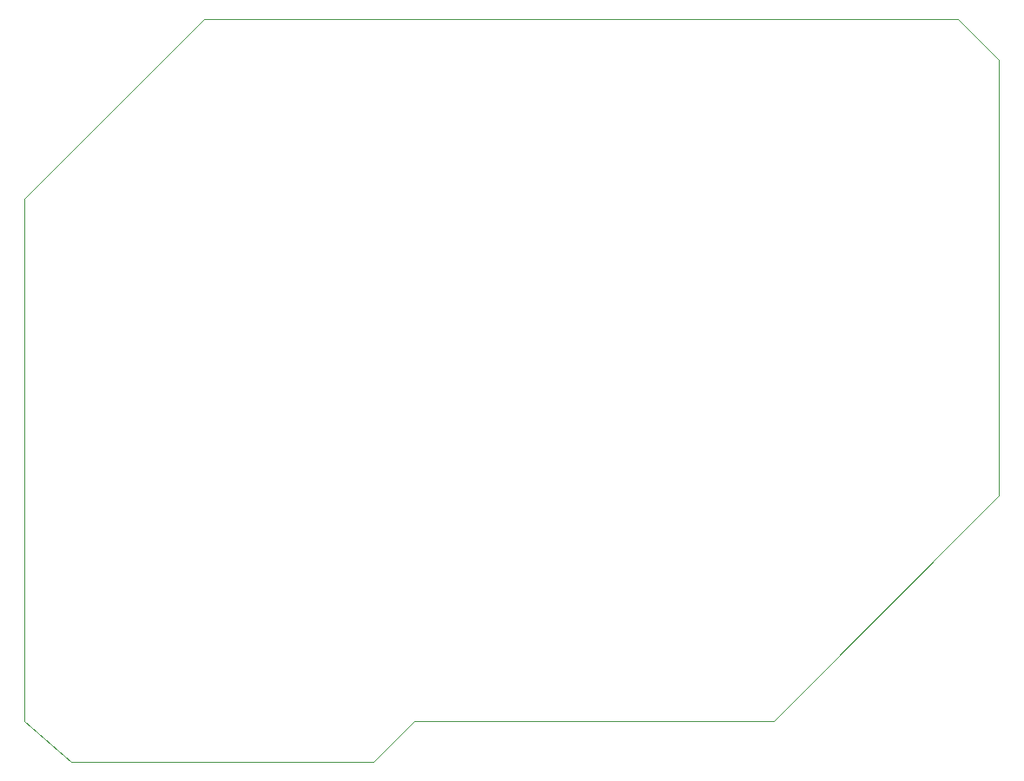
<source format=gbr>
%TF.GenerationSoftware,KiCad,Pcbnew,9.0.2*%
%TF.CreationDate,2025-05-21T10:53:00+02:00*%
%TF.ProjectId,OpenMoverPlatform,4f70656e-4d6f-4766-9572-506c6174666f,rev?*%
%TF.SameCoordinates,Original*%
%TF.FileFunction,Profile,NP*%
%FSLAX46Y46*%
G04 Gerber Fmt 4.6, Leading zero omitted, Abs format (unit mm)*
G04 Created by KiCad (PCBNEW 9.0.2) date 2025-05-21 10:53:00*
%MOMM*%
%LPD*%
G01*
G04 APERTURE LIST*
%TA.AperFunction,Profile*%
%ADD10C,0.050000*%
%TD*%
G04 APERTURE END LIST*
D10*
X131000000Y-102000000D02*
X126500000Y-98000000D01*
X221500000Y-33500000D02*
X221500000Y-76000000D01*
X160500000Y-102000000D02*
X164500000Y-98000000D01*
X127000000Y-46500000D02*
X144000000Y-29500000D01*
X164500000Y-98000000D02*
X199500000Y-98000000D01*
X126500000Y-47000000D02*
X127000000Y-46500000D01*
X160500000Y-102000000D02*
X131000000Y-102000000D01*
X126500000Y-98000000D02*
X126500000Y-47000000D01*
X144000000Y-29500000D02*
X217500000Y-29500000D01*
X217500000Y-29500000D02*
X221500000Y-33500000D01*
X199500000Y-98000000D02*
X221500000Y-76000000D01*
M02*

</source>
